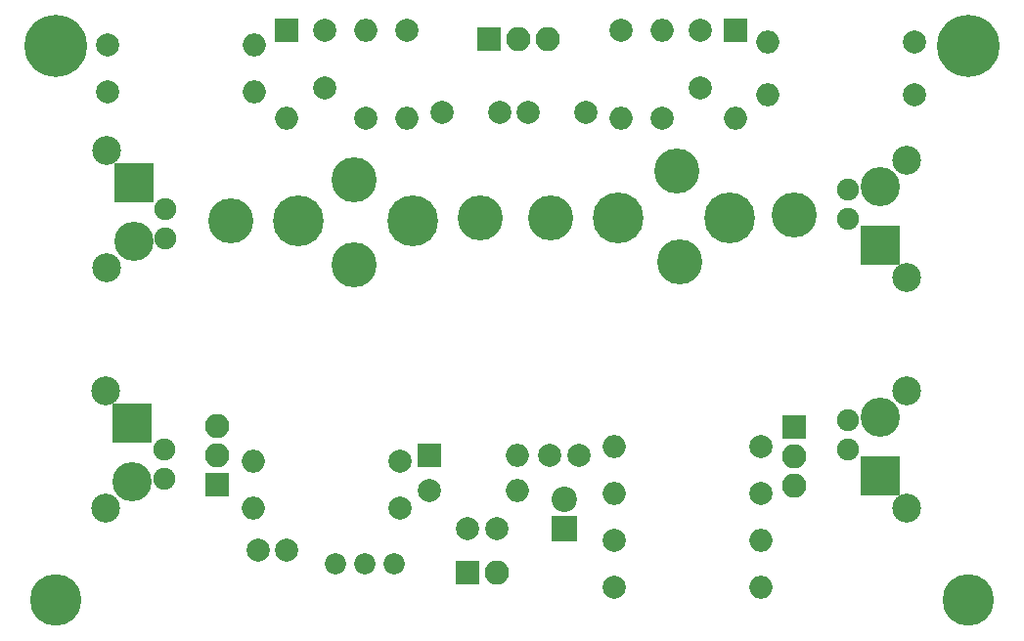
<source format=gbr>
G04 #@! TF.FileFunction,Soldermask,Bot*
%FSLAX46Y46*%
G04 Gerber Fmt 4.6, Leading zero omitted, Abs format (unit mm)*
G04 Created by KiCad (PCBNEW 4.0.7) date 11/09/21 19:46:40*
%MOMM*%
%LPD*%
G01*
G04 APERTURE LIST*
%ADD10C,0.100000*%
%ADD11R,2.100000X2.100000*%
%ADD12O,2.100000X2.100000*%
%ADD13C,2.000000*%
%ADD14O,2.000000X2.000000*%
%ADD15C,3.900000*%
%ADD16C,4.400000*%
%ADD17C,5.400000*%
%ADD18R,2.000000X2.000000*%
%ADD19C,1.900000*%
%ADD20C,2.500000*%
%ADD21R,3.400000X3.400000*%
%ADD22C,3.400000*%
%ADD23C,4.464000*%
%ADD24R,2.200000X2.200000*%
%ADD25C,2.200000*%
%ADD26C,1.840000*%
G04 APERTURE END LIST*
D10*
D11*
X106950000Y-76050000D03*
D12*
X106950000Y-78590000D03*
X106950000Y-81130000D03*
D13*
X91390000Y-85854000D03*
D14*
X104090000Y-85854000D03*
D13*
X104090000Y-81790000D03*
D14*
X91390000Y-81790000D03*
D13*
X104090000Y-77726000D03*
D14*
X91390000Y-77726000D03*
D13*
X117348000Y-42672000D03*
D14*
X104648000Y-42672000D03*
D13*
X47498000Y-42926000D03*
D14*
X60198000Y-42926000D03*
D13*
X117348000Y-47244000D03*
D14*
X104648000Y-47244000D03*
D15*
X58166000Y-58166000D03*
D16*
X64008000Y-58166000D03*
D15*
X85852000Y-57912000D03*
D16*
X91694000Y-57912000D03*
D15*
X79756000Y-57912000D03*
D16*
X73914000Y-58166000D03*
D15*
X106934000Y-57658000D03*
D16*
X101346000Y-57912000D03*
D17*
X43000000Y-43000000D03*
X122000000Y-43000000D03*
D15*
X68834000Y-54610000D03*
X68834000Y-61976000D03*
X96774000Y-53848000D03*
D13*
X66294000Y-41656000D03*
X66294000Y-46656000D03*
X76454000Y-48768000D03*
X81454000Y-48768000D03*
X98806000Y-41656000D03*
X98806000Y-46656000D03*
X88900000Y-48768000D03*
X83900000Y-48768000D03*
D11*
X80518000Y-42418000D03*
D12*
X83058000Y-42418000D03*
X85598000Y-42418000D03*
D13*
X69850000Y-49276000D03*
D14*
X69850000Y-41656000D03*
D13*
X73406000Y-41656000D03*
D14*
X73406000Y-49276000D03*
D13*
X95504000Y-49276000D03*
D14*
X95504000Y-41656000D03*
D13*
X91948000Y-41656000D03*
D14*
X91948000Y-49276000D03*
D18*
X62992000Y-41656000D03*
D14*
X62992000Y-49276000D03*
D18*
X101854000Y-41656000D03*
D14*
X101854000Y-49276000D03*
D13*
X47498000Y-46990000D03*
D14*
X60198000Y-46990000D03*
D19*
X52512000Y-57150000D03*
X52512000Y-59690000D03*
D20*
X47432000Y-62230000D03*
X47432000Y-52070000D03*
D21*
X49784000Y-54864000D03*
D22*
X49784000Y-59944000D03*
D19*
X111620000Y-58000000D03*
X111620000Y-55460000D03*
D20*
X116700000Y-52920000D03*
X116700000Y-63080000D03*
D21*
X114348000Y-60286000D03*
D22*
X114348000Y-55206000D03*
D23*
X122000000Y-91000000D03*
X43000000Y-91000000D03*
D15*
X97028000Y-61722000D03*
D18*
X75388000Y-78488000D03*
D14*
X83008000Y-78488000D03*
D24*
X87072000Y-84838000D03*
D25*
X87072000Y-82298000D03*
D19*
X111620000Y-78000000D03*
X111620000Y-75460000D03*
D20*
X116700000Y-72920000D03*
X116700000Y-83080000D03*
D21*
X114348000Y-80286000D03*
D22*
X114348000Y-75206000D03*
D19*
X52380000Y-78000000D03*
X52380000Y-80540000D03*
D20*
X47300000Y-83080000D03*
X47300000Y-72920000D03*
D21*
X49652000Y-75714000D03*
D22*
X49652000Y-80794000D03*
D11*
X56950000Y-81050000D03*
D12*
X56950000Y-78510000D03*
X56950000Y-75970000D03*
D13*
X72848000Y-78996000D03*
D14*
X60148000Y-78996000D03*
D13*
X72848000Y-83060000D03*
D14*
X60148000Y-83060000D03*
D13*
X91390000Y-89918000D03*
D14*
X104090000Y-89918000D03*
D13*
X75388000Y-81536000D03*
D14*
X83008000Y-81536000D03*
D13*
X85802000Y-78488000D03*
X88302000Y-78488000D03*
X60530000Y-86720000D03*
X63030000Y-86720000D03*
X78690000Y-84838000D03*
X81190000Y-84838000D03*
D11*
X78690000Y-88648000D03*
D12*
X81230000Y-88648000D03*
D26*
X72340000Y-87886000D03*
X69800000Y-87886000D03*
X67260000Y-87886000D03*
M02*

</source>
